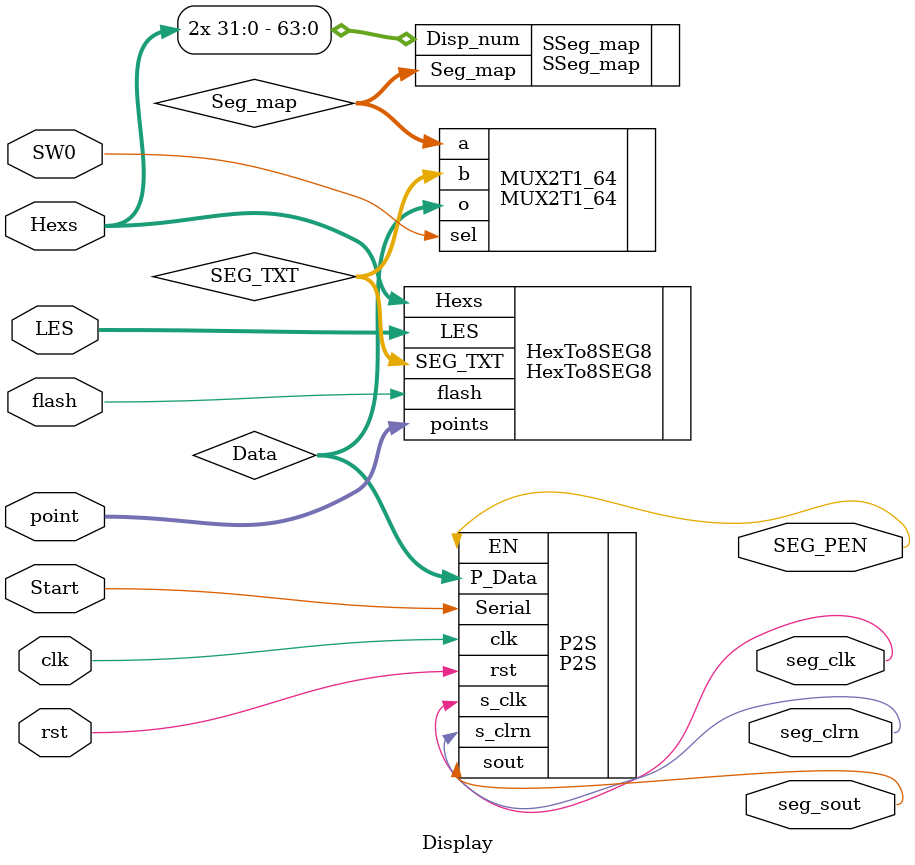
<source format=v>
`timescale 1ns / 1ps
`timescale 1ns / 1ps

module Display
(
    input clk,
    input flash,
    input [31:0] Hexs,
    input [7:0] LES,
    input [7:0] point,
    input rst,
    input Start,
    input SW0,
   output seg_clk,
   output seg_clrn,
   output SEG_PEN,
   output seg_sout
);
    wire [63:0] Data;
    wire [63:0] Seg_map;
    wire [63:0] SEG_TXT;

    P2S  P2S
    (
        .clk(clk), 
        .P_Data(Data[63:0]), 
        .rst(rst), 
        .Serial(Start), 
        .EN(SEG_PEN), 
        .sout(seg_sout), 
        .s_clk(seg_clk), 
        .s_clrn(seg_clrn)
    );

    HexTo8SEG8  HexTo8SEG8
    (
        .flash(flash), 
        .Hexs(Hexs[31:0]), 
        .LES(LES[7:0]), 
        .points(point[7:0]), 
        .SEG_TXT(SEG_TXT[63:0])
    );
    
    MUX2T1_64  MUX2T1_64
    (
        .a(Seg_map[63:0]), 
        .b(SEG_TXT[63:0]), 
        .sel(SW0), 
        .o(Data[63:0])
    );

    SSeg_map  SSeg_map
    (
        .Disp_num({Hexs[31:0], Hexs[31:0]}), 
        .Seg_map(Seg_map[63:0])
    );
endmodule

</source>
